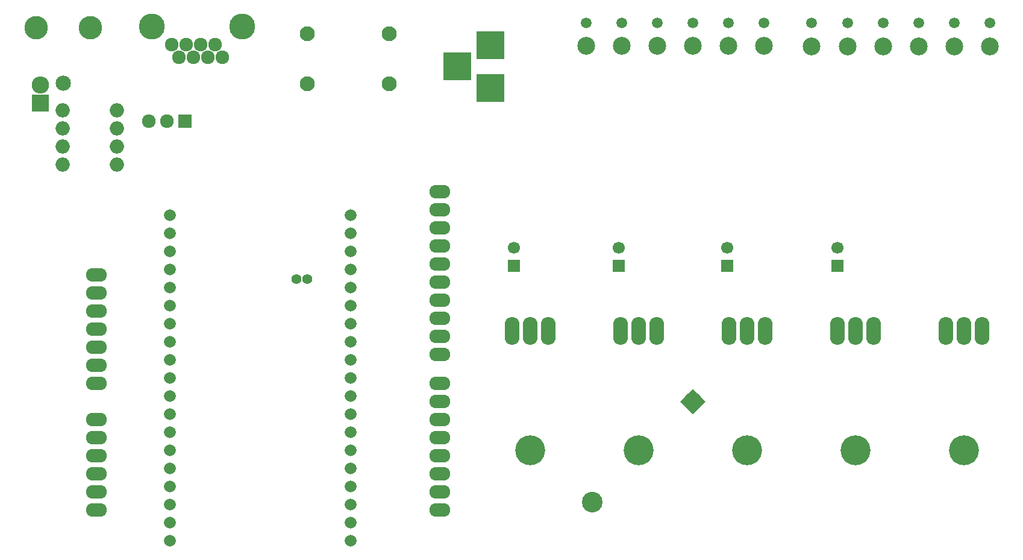
<source format=gbr>
G04 #@! TF.GenerationSoftware,KiCad,Pcbnew,5.0.0-fee4fd1~66~ubuntu16.04.1*
G04 #@! TF.CreationDate,2018-09-28T16:25:47-04:00*
G04 #@! TF.ProjectId,hydroponics_shield_rev4,687964726F706F6E6963735F73686965,rev?*
G04 #@! TF.SameCoordinates,Original*
G04 #@! TF.FileFunction,Soldermask,Bot*
G04 #@! TF.FilePolarity,Negative*
%FSLAX46Y46*%
G04 Gerber Fmt 4.6, Leading zero omitted, Abs format (unit mm)*
G04 Created by KiCad (PCBNEW 5.0.0-fee4fd1~66~ubuntu16.04.1) date Fri Sep 28 16:25:47 2018*
%MOMM*%
%LPD*%
G01*
G04 APERTURE LIST*
%ADD10O,2.940000X1.924000*%
%ADD11C,3.651200*%
%ADD12C,1.924000*%
%ADD13C,2.150000*%
%ADD14C,3.300000*%
%ADD15C,1.920000*%
%ADD16R,1.920000X1.920000*%
%ADD17O,2.000000X2.000000*%
%ADD18R,3.900120X3.900120*%
%ADD19C,2.500000*%
%ADD20C,1.500000*%
%ADD21C,1.700000*%
%ADD22R,1.700000X1.700000*%
%ADD23O,2.099260X3.900120*%
%ADD24C,4.199840*%
%ADD25C,1.400760*%
%ADD26R,2.432000X2.432000*%
%ADD27O,2.432000X2.432000*%
%ADD28C,2.570000*%
%ADD29C,0.100000*%
%ADD30C,2.900000*%
%ADD31C,1.670000*%
%ADD32C,2.100000*%
G04 APERTURE END LIST*
D10*
G04 #@! TO.C,SHIELD1*
X31496000Y-119888000D03*
X31496000Y-117348000D03*
X31496000Y-114808000D03*
X31496000Y-107188000D03*
X31496000Y-109728000D03*
X31496000Y-112268000D03*
X31496000Y-102108000D03*
X31496000Y-99568000D03*
X31496000Y-97028000D03*
X31496000Y-91948000D03*
X31496000Y-89408000D03*
X79756000Y-119888000D03*
X79756000Y-117348000D03*
X79756000Y-114808000D03*
X79756000Y-112268000D03*
X79756000Y-109728000D03*
X79756000Y-107188000D03*
X79756000Y-104648000D03*
X79756000Y-102108000D03*
X79756000Y-98044000D03*
X79756000Y-95504000D03*
X79756000Y-92964000D03*
X79756000Y-90424000D03*
X79756000Y-87884000D03*
X79756000Y-85344000D03*
X79756000Y-82804000D03*
X79756000Y-80264000D03*
X31496000Y-94488000D03*
X79756000Y-77724000D03*
X79756000Y-75184000D03*
X31496000Y-86868000D03*
G04 #@! TD*
D11*
G04 #@! TO.C,J3*
X51943000Y-51943000D03*
X39243000Y-51943000D03*
D12*
X48133000Y-54483000D03*
X46101000Y-54483000D03*
X44069000Y-54483000D03*
X42037000Y-54483000D03*
X49149000Y-56261000D03*
X47117000Y-56261000D03*
X45085000Y-56261000D03*
X43053000Y-56261000D03*
G04 #@! TD*
D13*
G04 #@! TO.C,P9*
X26822400Y-59946200D03*
D14*
X30622400Y-52146200D03*
X23022400Y-52146200D03*
G04 #@! TD*
D15*
G04 #@! TO.C,REF1*
X41402000Y-65278000D03*
X38862000Y-65278000D03*
D16*
X43942000Y-65278000D03*
G04 #@! TD*
D17*
G04 #@! TO.C,U1*
X34366200Y-71374000D03*
X34366200Y-68834000D03*
X34366200Y-66294000D03*
X34366200Y-63754000D03*
X26746200Y-63754000D03*
X26746200Y-66294000D03*
X26746200Y-68834000D03*
X26746200Y-71374000D03*
G04 #@! TD*
D18*
G04 #@! TO.C,CON1*
X86868000Y-60609480D03*
X86868000Y-54610000D03*
X82169000Y-57609740D03*
G04 #@! TD*
D19*
G04 #@! TO.C,J1*
X157033000Y-54737000D03*
X152033000Y-54737000D03*
D20*
X157033000Y-51437000D03*
X152033000Y-51437000D03*
D19*
X147033000Y-54737000D03*
X142033000Y-54737000D03*
X137033000Y-54737000D03*
X132033000Y-54737000D03*
D20*
X147033000Y-51437000D03*
X142033000Y-51437000D03*
X137033000Y-51437000D03*
X132033000Y-51437000D03*
G04 #@! TD*
D19*
G04 #@! TO.C,J2*
X125330000Y-54735000D03*
X120330000Y-54735000D03*
D20*
X125330000Y-51435000D03*
X120330000Y-51435000D03*
D19*
X115330000Y-54735000D03*
X110330000Y-54735000D03*
X105330000Y-54735000D03*
X100330000Y-54735000D03*
D20*
X115330000Y-51435000D03*
X110330000Y-51435000D03*
X105330000Y-51435000D03*
X100330000Y-51435000D03*
G04 #@! TD*
D21*
G04 #@! TO.C,C3*
X120142000Y-83058000D03*
D22*
X120142000Y-85558000D03*
G04 #@! TD*
D21*
G04 #@! TO.C,C4*
X104902000Y-83058000D03*
D22*
X104902000Y-85558000D03*
G04 #@! TD*
D21*
G04 #@! TO.C,C5*
X90170000Y-83058000D03*
D22*
X90170000Y-85558000D03*
G04 #@! TD*
D23*
G04 #@! TO.C,Q5*
X153416000Y-94742000D03*
X155956000Y-94742000D03*
X150876000Y-94742000D03*
D24*
X153416000Y-111506000D03*
G04 #@! TD*
D23*
G04 #@! TO.C,Q6*
X122936000Y-94742000D03*
X125476000Y-94742000D03*
X120396000Y-94742000D03*
D24*
X122936000Y-111506000D03*
G04 #@! TD*
D23*
G04 #@! TO.C,Q7*
X107696000Y-94742000D03*
X110236000Y-94742000D03*
X105156000Y-94742000D03*
D24*
X107696000Y-111506000D03*
G04 #@! TD*
D23*
G04 #@! TO.C,Q8*
X92456000Y-94742000D03*
X94996000Y-94742000D03*
X89916000Y-94742000D03*
D24*
X92456000Y-111506000D03*
G04 #@! TD*
D21*
G04 #@! TO.C,C6*
X135636000Y-83058000D03*
D22*
X135636000Y-85558000D03*
G04 #@! TD*
D23*
G04 #@! TO.C,Q9*
X138176000Y-94742000D03*
X140716000Y-94742000D03*
X135636000Y-94742000D03*
D24*
X138176000Y-111506000D03*
G04 #@! TD*
D25*
G04 #@! TO.C,Y1*
X59588400Y-87477600D03*
X61087000Y-87477600D03*
G04 #@! TD*
D26*
G04 #@! TO.C,JP1*
X23622000Y-62738000D03*
D27*
X23622000Y-60198000D03*
G04 #@! TD*
D28*
G04 #@! TO.C,BAT1*
X115316000Y-104648000D03*
D29*
G36*
X115316000Y-102830736D02*
X117133264Y-104648000D01*
X115316000Y-106465264D01*
X113498736Y-104648000D01*
X115316000Y-102830736D01*
X115316000Y-102830736D01*
G37*
D30*
X101173864Y-118790136D03*
G04 #@! TD*
D31*
G04 #@! TO.C,U5*
X67183000Y-124206000D03*
X67183000Y-121666000D03*
X67183000Y-119126000D03*
X67183000Y-116586000D03*
X67183000Y-114046000D03*
X67183000Y-111506000D03*
X67183000Y-108966000D03*
X67183000Y-106426000D03*
X67183000Y-103886000D03*
X67183000Y-101346000D03*
X67183000Y-98806000D03*
X67183000Y-96266000D03*
X67183000Y-93726000D03*
X67183000Y-91186000D03*
X67183000Y-88646000D03*
X67183000Y-86106000D03*
X67183000Y-81026000D03*
X67183000Y-83566000D03*
X67183000Y-78486000D03*
X41783000Y-103886000D03*
X41783000Y-98806000D03*
X41783000Y-106426000D03*
X41783000Y-93726000D03*
X41783000Y-101346000D03*
X41783000Y-96266000D03*
X41783000Y-88646000D03*
X41783000Y-81026000D03*
X41783000Y-91186000D03*
X41783000Y-86106000D03*
X41783000Y-78486000D03*
X41783000Y-83566000D03*
X41783000Y-116586000D03*
X41783000Y-114046000D03*
X41783000Y-119126000D03*
X41783000Y-121666000D03*
X41783000Y-124206000D03*
X41783000Y-108966000D03*
X41783000Y-111506000D03*
G04 #@! TD*
D32*
G04 #@! TO.C,J4*
X61087000Y-60030000D03*
X61087000Y-53030000D03*
G04 #@! TD*
G04 #@! TO.C,J5*
X72644000Y-53030000D03*
X72644000Y-60030000D03*
G04 #@! TD*
M02*

</source>
